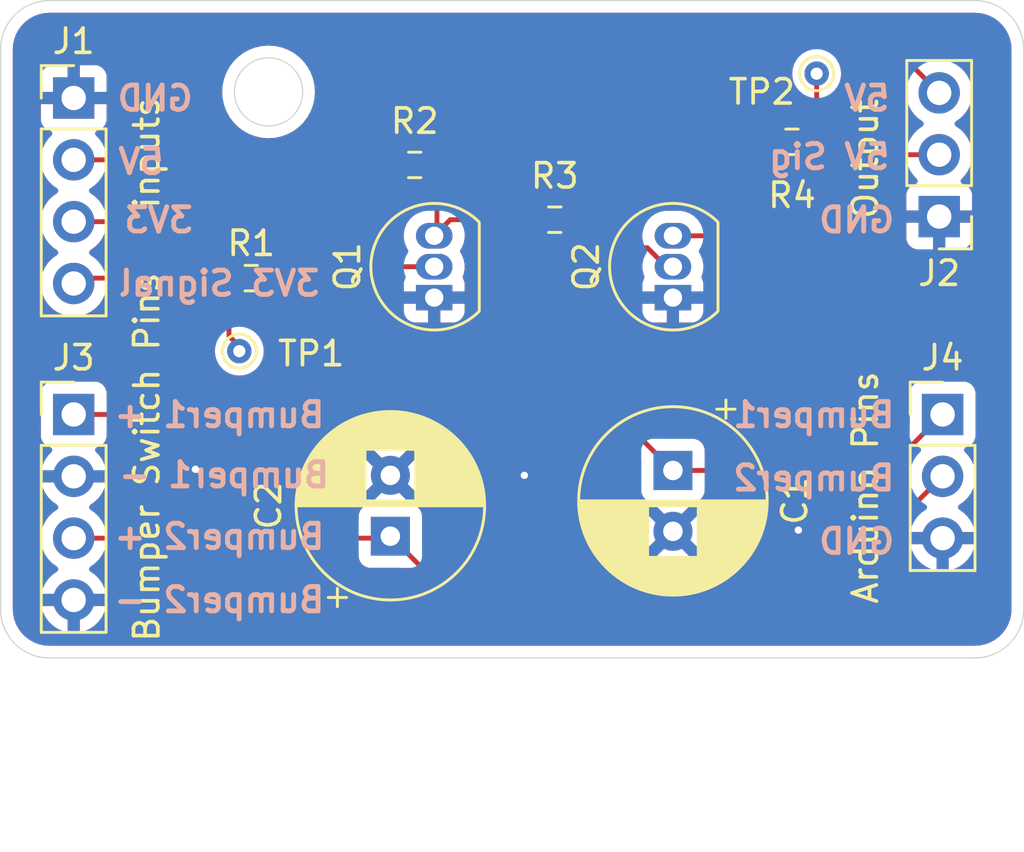
<source format=kicad_pcb>
(kicad_pcb (version 20240108) (generator "pcbnew") (generator_version "8.0")
  (layers (0 "F.Cu" signal) (31 "B.Cu" signal) (34 "B.Paste" user) (35 "F.Paste" user) (36 "B.SilkS" user "B.Silkscreen") (37 "F.SilkS" user "F.Silkscreen") (38 "B.Mask" user) (39 "F.Mask" user) (44 "Edge.Cuts" user))
  (net 0 "")
  (net 1 "Bumper1 Pos")
  (net 2 "Bumper2 Pos")
  (net 3 "3v3")
  (net 4 "3v3 signal")
  (net 5 "5V")
  (net 6 "5V signal")
  (net 7 "GND")
  (net 8 "Net-(Q1-B)")
  (net 9 "Net-(Q1-C)")
  (net 10 "Net-(Q2-B)")
  (footprint "TestPoint:TestPoint_THTPad_D1.0mm_Drill0.5mm" (layer "F.Cu") (at 53.5 139)
    (property "Reference" "TP2" (at -2.25 0.75 0) (layer "F.SilkS"))
    (property "Value" "TestPoint")
    (fp_circle (center 0 0) (end 0 0.7) (stroke (width 0.12)) (fill none) (layer "F.SilkS"))
    (pad "1" thru_hole circle (at 0 0) (size 1 1) (drill 0.5) (layers "*.Cu" "*.Mask") (net 6 "5V signal"))
  )
  (footprint "Capacitor_THT:CP_Radial_D7.5mm_P2.50mm" (layer "F.Cu") (at 47.6 155.3 -90)
    (property "Reference" "C1" (at 1.25 -5 90) (layer "F.SilkS"))
    (property "Value" "C")
    (fp_line (start 1.49 1.04) (end 1.49 3.823) (stroke (width 0.12)) (layer "F.SilkS"))
    (fp_line (start 1.53 1.04) (end 1.53 3.82) (stroke (width 0.12)) (layer "F.SilkS"))
    (fp_line (start 1.57 1.04) (end 1.57 3.817) (stroke (width 0.12)) (layer "F.SilkS"))
    (fp_line (start 1.61 1.04) (end 1.61 3.814) (stroke (width 0.12)) (layer "F.SilkS"))
    (fp_line (start 1.65 1.04) (end 1.65 3.81) (stroke (width 0.12)) (layer "F.SilkS"))
    (fp_line (start 1.69 1.04) (end 1.69 3.805) (stroke (width 0.12)) (layer "F.SilkS"))
    (fp_line (start 1.73 1.04) (end 1.73 3.801) (stroke (width 0.12)) (layer "F.SilkS"))
    (fp_line (start 1.77 1.04) (end 1.77 3.795) (stroke (width 0.12)) (layer "F.SilkS"))
    (fp_line (start 1.81 1.04) (end 1.81 3.79) (stroke (width 0.12)) (layer "F.SilkS"))
    (fp_line (start 1.85 1.04) (end 1.85 3.784) (stroke (width 0.12)) (layer "F.SilkS"))
    (fp_line (start 1.89 1.04) (end 1.89 3.777) (stroke (width 0.12)) (layer "F.SilkS"))
    (fp_line (start 1.93 1.04) (end 1.93 3.77) (stroke (width 0.12)) (layer "F.SilkS"))
    (fp_line (start 1.971 1.04) (end 1.971 3.763) (stroke (width 0.12)) (layer "F.SilkS"))
    (fp_line (start 2.011 1.04) (end 2.011 3.755) (stroke (width 0.12)) (layer "F.SilkS"))
    (fp_line (start 2.051 1.04) (end 2.051 3.747) (stroke (width 0.12)) (layer "F.SilkS"))
    (fp_line (start 2.091 1.04) (end 2.091 3.738) (stroke (width 0.12)) (layer "F.SilkS"))
    (fp_line (start 2.131 1.04) (end 2.131 3.729) (stroke (width 0.12)) (layer "F.SilkS"))
    (fp_line (start 2.171 1.04) (end 2.171 3.72) (stroke (width 0.12)) (layer "F.SilkS"))
    (fp_line (start 2.211 1.04) (end 2.211 3.71) (stroke (width 0.12)) (layer "F.SilkS"))
    (fp_line (start 2.251 1.04) (end 2.251 3.699) (stroke (width 0.12)) (layer "F.SilkS"))
    (fp_line (start 2.291 1.04) (end 2.291 3.688) (stroke (width 0.12)) (layer "F.SilkS"))
    (fp_line (start 2.331 1.04) (end 2.331 3.677) (stroke (width 0.12)) (layer "F.SilkS"))
    (fp_line (start 2.371 1.04) (end 2.371 3.665) (stroke (width 0.12)) (layer "F.SilkS"))
    (fp_line (start 2.411 1.04) (end 2.411 3.653) (stroke (width 0.12)) (layer "F.SilkS"))
    (fp_line (start 2.451 1.04) (end 2.451 3.64) (stroke (width 0.12)) (layer "F.SilkS"))
    (fp_line (start 2.491 1.04) (end 2.491 3.626) (stroke (width 0.12)) (layer "F.SilkS"))
    (fp_line (start 2.531 1.04) (end 2.531 3.613) (stroke (width 0.12)) (layer "F.SilkS"))
    (fp_line (start 2.571 1.04) (end 2.571 3.598) (stroke (width 0.12)) (layer "F.SilkS"))
    (fp_line (start 2.611 1.04) (end 2.611 3.584) (stroke (width 0.12)) (layer "F.SilkS"))
    (fp_line (start 2.651 1.04) (end 2.651 3.568) (stroke (width 0.12)) (layer "F.SilkS"))
    (fp_line (start 2.691 1.04) (end 2.691 3.553) (stroke (width 0.12)) (layer "F.SilkS"))
    (fp_line (start 2.731 1.04) (end 2.731 3.536) (stroke (width 0.12)) (layer "F.SilkS"))
    (fp_line (start 2.771 1.04) (end 2.771 3.52) (stroke (width 0.12)) (layer "F.SilkS"))
    (fp_line (start 2.811 1.04) (end 2.811 3.502) (stroke (width 0.12)) (layer "F.SilkS"))
    (fp_line (start 2.851 1.04) (end 2.851 3.484) (stroke (width 0.12)) (layer "F.SilkS"))
    (fp_line (start 2.891 1.04) (end 2.891 3.466) (stroke (width 0.12)) (layer "F.SilkS"))
    (fp_line (start 2.931 1.04) (end 2.931 3.447) (stroke (width 0.12)) (layer "F.SilkS"))
    (fp_line (start 2.971 1.04) (end 2.971 3.427) (stroke (width 0.12)) (layer "F.SilkS"))
    (fp_line (start 3.011 1.04) (end 3.011 3.407) (stroke (width 0.12)) (layer "F.SilkS"))
    (fp_line (start 3.051 1.04) (end 3.051 3.386) (stroke (width 0.12)) (layer "F.SilkS"))
    (fp_line (start 3.091 1.04) (end 3.091 3.365) (stroke (width 0.12)) (layer "F.SilkS"))
    (fp_line (start 3.131 1.04) (end 3.131 3.343) (stroke (width 0.12)) (layer "F.SilkS"))
    (fp_line (start 3.171 1.04) (end 3.171 3.321) (stroke (width 0.12)) (layer "F.SilkS"))
    (fp_line (start 3.211 1.04) (end 3.211 3.297) (stroke (width 0.12)) (layer "F.SilkS"))
    (fp_line (start 3.251 1.04) (end 3.251 3.274) (stroke (width 0.12)) (layer "F.SilkS"))
    (fp_line (start 3.291 1.04) (end 3.291 3.249) (stroke (width 0.12)) (layer "F.SilkS"))
    (fp_line (start 3.331 1.04) (end 3.331 3.224) (stroke (width 0.12)) (layer "F.SilkS"))
    (fp_line (start 3.371 1.04) (end 3.371 3.198) (stroke (width 0.12)) (layer "F.SilkS"))
    (fp_line (start 3.411 1.04) (end 3.411 3.172) (stroke (width 0.12)) (layer "F.SilkS"))
    (fp_line (start 3.451 1.04) (end 3.451 3.144) (stroke (width 0.12)) (layer "F.SilkS"))
    (fp_line (start 3.491 1.04) (end 3.491 3.116) (stroke (width 0.12)) (layer "F.SilkS"))
    (fp_line (start 3.531 1.04) (end 3.531 3.088) (stroke (width 0.12)) (layer "F.SilkS"))
    (fp_line (start 5.091 -0.441) (end 5.091 0.441) (stroke (width 0.12)) (layer "F.SilkS"))
    (fp_line (start 5.051 -0.693) (end 5.051 0.693) (stroke (width 0.12)) (layer "F.SilkS"))
    (fp_line (start 5.011 -0.877) (end 5.011 0.877) (stroke (width 0.12)) (layer "F.SilkS"))
    (fp_line (start 4.971 -1.028) (end 4.971 1.028) (stroke (width 0.12)) (layer "F.SilkS"))
    (fp_line (start 4.931 -1.158) (end 4.931 1.158) (stroke (width 0.12)) (layer "F.SilkS"))
    (fp_line (start 4.891 -1.275) (end 4.891 1.275) (stroke (width 0.12)) (layer "F.SilkS"))
    (fp_line (start 4.851 -1.381) (end 4.851 1.381) (stroke (width 0.12)) (layer "F.SilkS"))
    (fp_line (start 4.811 -1.478) (end 4.811 1.478) (stroke (width 0.12)) (layer "F.SilkS"))
    (fp_line (start 4.771 -1.569) (end 4.771 1.569) (stroke (width 0.12)) (layer "F.SilkS"))
    (fp_line (start 4.731 -1.654) (end 4.731 1.654) (stroke (width 0.12)) (layer "F.SilkS"))
    (fp_line (start 4.691 -1.733) (end 4.691 1.733) (stroke (width 0.12)) (layer "F.SilkS"))
    (fp_line (start 4.651 -1.809) (end 4.651 1.809) (stroke (width 0.12)) (layer "F.SilkS"))
    (fp_line (start 4.611 -1.881) (end 4.611 1.881) (stroke (width 0.12)) (layer "F.SilkS"))
    (fp_line (start 4.571 -1.949) (end 4.571 1.949) (stroke (width 0.12)) (layer "F.SilkS"))
    (fp_line (start 4.531 -2.014) (end 4.531 2.014) (stroke (width 0.12)) (layer "F.SilkS"))
    (fp_line (start 4.491 -2.077) (end 4.491 2.077) (stroke (width 0.12)) (layer "F.SilkS"))
    (fp_line (start 4.451 -2.137) (end 4.451 2.137) (stroke (width 0.12)) (layer "F.SilkS"))
    (fp_line (start -2.892211 -2.175) (end -2.142211 -2.175) (stroke (width 0.12)) (layer "F.SilkS"))
    (fp_line (start 4.411 -2.195) (end 4.411 2.195) (stroke (width 0.12)) (layer "F.SilkS"))
    (fp_line (start 4.371 -2.25) (end 4.371 2.25) (stroke (width 0.12)) (layer "F.SilkS"))
    (fp_line (start 4.331 -2.304) (end 4.331 2.304) (stroke (width 0.12)) (layer "F.SilkS"))
    (fp_line (start 4.291 -2.355) (end 4.291 2.355) (stroke (width 0.12)) (layer "F.SilkS"))
    (fp_line (start 4.251 -2.405) (end 4.251 2.405) (stroke (width 0.12)) (layer "F.SilkS"))
    (fp_line (start 4.211 -2.454) (end 4.211 2.454) (stroke (width 0.12)) (layer "F.SilkS"))
    (fp_line (start 4.171 -2.5) (end 4.171 2.5) (stroke (width 0.12)) (layer "F.SilkS"))
    (fp_line (start 4.131 -2.546) (end 4.131 2.546) (stroke (width 0.12)) (layer "F.SilkS"))
    (fp_line (start -2.517211 -2.55) (end -2.517211 -1.8) (stroke (width 0.12)) (layer "F.SilkS"))
    (fp_line (start 4.091 -2.589) (end 4.091 2.589) (stroke (width 0.12)) (layer "F.SilkS"))
    (fp_line (start 4.051 -2.632) (end 4.051 2.632) (stroke (width 0.12)) (layer "F.SilkS"))
    (fp_line (start 4.011 -2.673) (end 4.011 2.673) (stroke (width 0.12)) (layer "F.SilkS"))
    (fp_line (start 3.971 -2.713) (end 3.971 2.713) (stroke (width 0.12)) (layer "F.SilkS"))
    (fp_line (start 3.931 -2.752) (end 3.931 2.752) (stroke (width 0.12)) (layer "F.SilkS"))
    (fp_line (start 3.891 -2.79) (end 3.891 2.79) (stroke (width 0.12)) (layer "F.SilkS"))
    (fp_line (start 3.851 -2.827) (end 3.851 2.827) (stroke (width 0.12)) (layer "F.SilkS"))
    (fp_line (start 3.811 -2.863) (end 3.811 2.863) (stroke (width 0.12)) (layer "F.SilkS"))
    (fp_line (start 3.771 -2.898) (end 3.771 2.898) (stroke (width 0.12)) (layer "F.SilkS"))
    (fp_line (start 3.731 -2.931) (end 3.731 2.931) (stroke (width 0.12)) (layer "F.SilkS"))
    (fp_line (start 3.691 -2.964) (end 3.691 2.964) (stroke (width 0.12)) (layer "F.SilkS"))
    (fp_line (start 3.651 -2.996) (end 3.651 2.996) (stroke (width 0.12)) (layer "F.SilkS"))
    (fp_line (start 3.611 -3.028) (end 3.611 3.028) (stroke (width 0.12)) (layer "F.SilkS"))
    (fp_line (start 3.571 -3.058) (end 3.571 3.058) (stroke (width 0.12)) (layer "F.SilkS"))
    (fp_line (start 3.531 -3.088) (end 3.531 -1.04) (stroke (width 0.12)) (layer "F.SilkS"))
    (fp_line (start 3.491 -3.116) (end 3.491 -1.04) (stroke (width 0.12)) (layer "F.SilkS"))
    (fp_line (start 3.451 -3.144) (end 3.451 -1.04) (stroke (width 0.12)) (layer "F.SilkS"))
    (fp_line (start 3.411 -3.172) (end 3.411 -1.04) (stroke (width 0.12)) (layer "F.SilkS"))
    (fp_line (start 3.371 -3.198) (end 3.371 -1.04) (stroke (width 0.12)) (layer "F.SilkS"))
    (fp_line (start 3.331 -3.224) (end 3.331 -1.04) (stroke (width 0.12)) (layer "F.SilkS"))
    (fp_line (start 3.291 -3.249) (end 3.291 -1.04) (stroke (width 0.12)) (layer "F.SilkS"))
    (fp_line (start 3.251 -3.274) (end 3.251 -1.04) (stroke (width 0.12)) (layer "F.SilkS"))
    (fp_line (start 3.211 -3.297) (end 3.211 -1.04) (stroke (width 0.12)) (layer "F.SilkS"))
    (fp_line (start 3.171 -3.321) (end 3.171 -1.04) (stroke (width 0.12)) (layer "F.SilkS"))
    (fp_line (start 3.131 -3.343) (end 3.131 -1.04) (stroke (width 0.12)) (layer "F.SilkS"))
    (fp_line (start 3.091 -3.365) (end 3.091 -1.04) (stroke (width 0.12)) (layer "F.SilkS"))
    (fp_line (start 3.051 -3.386) (end 3.051 -1.04) (stroke (width 0.12)) (layer "F.SilkS"))
    (fp_line (start 3.011 -3.407) (end 3.011 -1.04) (stroke (width 0.12)) (layer "F.SilkS"))
    (fp_line (start 2.971 -3.427) (end 2.971 -1.04) (stroke (width 0.12)) (layer "F.SilkS"))
    (fp_line (start 2.931 -3.447) (end 2.931 -1.04) (stroke (width 0.12)) (layer "F.SilkS"))
    (fp_line (start 2.891 -3.466) (end 2.891 -1.04) (stroke (width 0.12)) (layer "F.SilkS"))
    (fp_line (start 2.851 -3.484) (end 2.851 -1.04) (stroke (width 0.12)) (layer "F.SilkS"))
    (fp_line (start 2.811 -3.502) (end 2.811 -1.04) (stroke (width 0.12)) (layer "F.SilkS"))
    (fp_line (start 2.771 -3.52) (end 2.771 -1.04) (stroke (width 0.12)) (layer "F.SilkS"))
    (fp_line (start 2.731 -3.536) (end 2.731 -1.04) (stroke (width 0.12)) (layer "F.SilkS"))
    (fp_line (start 2.691 -3.553) (end 2.691 -1.04) (stroke (width 0.12)) (layer "F.SilkS"))
    (fp_line (start 2.651 -3.568) (end 2.651 -1.04) (stroke (width 0.12)) (layer "F.SilkS"))
    (fp_line (start 2.611 -3.584) (end 2.611 -1.04) (stroke (width 0.12)) (layer "F.SilkS"))
    (fp_line (start 2.571 -3.598) (end 2.571 -1.04) (stroke (width 0.12)) (layer "F.SilkS"))
    (fp_line (start 2.531 -3.613) (end 2.531 -1.04) (stroke (width 0.12)) (layer "F.SilkS"))
    (fp_line (start 2.491 -3.626) (end 2.491 -1.04) (stroke (width 0.12)) (layer "F.SilkS"))
    (fp_line (start 2.451 -3.64) (end 2.451 -1.04) (stroke (width 0.12)) (layer "F.SilkS"))
    (fp_line (start 2.411 -3.653) (end 2.411 -1.04) (stroke (width 0.12)) (layer "F.SilkS"))
    (fp_line (start 2.371 -3.665) (end 2.371 -1.04) (stroke (width 0.12)) (layer "F.SilkS"))
    (fp_line (start 2.331 -3.677) (end 2.331 -1.04) (stroke (width 0.12)) (layer "F.SilkS"))
    (fp_line (start 2.291 -3.688) (end 2.291 -1.04) (stroke (width 0.12)) (layer "F.SilkS"))
    (fp_line (start 2.251 -3.699) (end 2.251 -1.04) (stroke (width 0.12)) (layer "F.SilkS"))
    (fp_line (start 2.211 -3.71) (end 2.211 -1.04) (stroke (width 0.12)) (layer "F.SilkS"))
    (fp_line (start 2.171 -3.72) (end 2.171 -1.04) (stroke (width 0.12)) (layer "F.SilkS"))
    (fp_line (start 2.131 -3.729) (end 2.131 -1.04) (stroke (width 0.12)) (layer "F.SilkS"))
    (fp_line (start 2.091 -3.738) (end 2.091 -1.04) (stroke (width 0.12)) (layer "F.SilkS"))
    (fp_line (start 2.051 -3.747) (end 2.051 -1.04) (stroke (width 0.12)) (layer "F.SilkS"))
    (fp_line (start 2.011 -3.755) (end 2.011 -1.04) (stroke (width 0.12)) (layer "F.SilkS"))
    (fp_line (start 1.971 -3.763) (end 1.971 -1.04) (stroke (width 0.12)) (layer "F.SilkS"))
    (fp_line (start 1.93 -3.77) (end 1.93 -1.04) (stroke (width 0.12)) (layer "F.SilkS"))
    (fp_line (start 1.89 -3.777) (end 1.89 -1.04) (stroke (width 0.12)) (layer "F.SilkS"))
    (fp_line (start 1.85 -3.784) (end 1.85 -1.04) (stroke (width 0.12)) (layer "F.SilkS"))
    (fp_line (start 1.81 -3.79) (end 1.81 -1.04) (stroke (width 0.12)) (layer "F.SilkS"))
    (fp_line (start 1.77 -3.795) (end 1.77 -1.04) (stroke (width 0.12)) (layer "F.SilkS"))
    (fp_line (start 1.73 -3.801) (end 1.73 -1.04) (stroke (width 0.12)) (layer "F.SilkS"))
    (fp_line (start 1.69 -3.805) (end 1.69 -1.04) (stroke (width 0.12)) (layer "F.SilkS"))
    (fp_line (start 1.65 -3.81) (end 1.65 -1.04) (stroke (width 0.12)) (layer "F.SilkS"))
    (fp_line (start 1.61 -3.814) (end 1.61 -1.04) (stroke (width 0.12)) (layer "F.SilkS"))
    (fp_line (start 1.57 -3.817) (end 1.57 -1.04) (stroke (width 0.12)) (layer "F.SilkS"))
    (fp_line (start 1.53 -3.82) (end 1.53 -1.04) (stroke (width 0.12)) (layer "F.SilkS"))
    (fp_line (start 1.49 -3.823) (end 1.49 -1.04) (stroke (width 0.12)) (layer "F.SilkS"))
    (fp_line (start 1.45 -3.825) (end 1.45 3.825) (stroke (width 0.12)) (layer "F.SilkS"))
    (fp_line (start 1.41 -3.827) (end 1.41 3.827) (stroke (width 0.12)) (layer "F.SilkS"))
    (fp_line (start 1.37 -3.829) (end 1.37 3.829) (stroke (width 0.12)) (layer "F.SilkS"))
    (fp_line (start 1.25 -3.83) (end 1.25 3.83) (stroke (width 0.12)) (layer "F.SilkS"))
    (fp_line (start 1.29 -3.83) (end 1.29 3.83) (stroke (width 0.12)) (layer "F.SilkS"))
    (fp_line (start 1.33 -3.83) (end 1.33 3.83) (stroke (width 0.12)) (layer "F.SilkS"))
    (fp_circle (center 1.25 0) (end 5.12 0) (stroke (width 0.12)) (fill none) (layer "F.SilkS"))
    (pad "1" thru_hole rect (at 0 0 270) (size 1.6 1.6) (drill 0.8) (layers "*.Cu" "*.Mask") (net 1 "Bumper1 Pos"))
    (pad "2" thru_hole circle (at 2.5 0 270) (size 1.6 1.6) (drill 0.8) (layers "*.Cu" "*.Mask") (net 7 "GND"))
  )
  (footprint "Resistor_SMD:R_0603_1608Metric_Pad0.98x0.95mm_HandSolder" (layer "F.Cu") (at 52.4875 141.8)
    (property "Reference" "R4" (at 0 2.2 0) (layer "F.SilkS"))
    (property "Value" "R")
    (fp_line (start -0.254724 -0.5225) (end 0.254724 -0.5225) (stroke (width 0.12)) (layer "F.SilkS"))
    (fp_line (start -0.254724 0.5225) (end 0.254724 0.5225) (stroke (width 0.12)) (layer "F.SilkS"))
    (pad "1" smd roundrect (at -0.9125 0) (size 0.975 0.95) (layers "F.Cu" "F.Paste" "F.Mask") (net 5 "5V"))
    (pad "2" smd roundrect (at 0.9125 0) (size 0.975 0.95) (layers "F.Cu" "F.Paste" "F.Mask") (net 6 "5V signal"))
  )
  (footprint "Package_TO_SOT_THT:TO-92_Inline" (layer "F.Cu") (at 37.8 148.2 90)
    (property "Reference" "Q1" (at 1.27 -3.56 90) (layer "F.SilkS"))
    (property "Value" "2N3904")
    (fp_line (start -0.53 1.85) (end 3.07 1.85) (stroke (width 0.12)) (layer "F.SilkS"))
    (fp_arc (start 1.27 -2.6) (mid 3.672087 -0.994977) (end 3.108478 1.838478) (stroke (width 0.12)) (layer "F.SilkS"))
    (fp_arc (start -0.568478 1.838478) (mid -1.132087 -0.994977) (end 1.27 -2.6) (stroke (width 0.12)) (layer "F.SilkS"))
    (pad "1" thru_hole rect (at 0 0 90) (size 1.05 1.5) (drill 0.75) (layers "*.Cu" "*.Mask") (net 7 "GND"))
    (pad "2" thru_hole oval (at 1.27 0 90) (size 1.05 1.5) (drill 0.75) (layers "*.Cu" "*.Mask") (net 8 "Net-(Q1-B)"))
    (pad "3" thru_hole oval (at 2.54 0 90) (size 1.05 1.5) (drill 0.75) (layers "*.Cu" "*.Mask") (net 9 "Net-(Q1-C)"))
  )
  (footprint "Capacitor_THT:CP_Radial_D7.5mm_P2.50mm" (layer "F.Cu") (at 36 158 90)
    (property "Reference" "C2" (at 1.25 -5 90) (layer "F.SilkS"))
    (property "Value" "C")
    (fp_line (start 1.33 -3.83) (end 1.33 3.83) (stroke (width 0.12)) (layer "F.SilkS"))
    (fp_line (start 1.29 -3.83) (end 1.29 3.83) (stroke (width 0.12)) (layer "F.SilkS"))
    (fp_line (start 1.25 -3.83) (end 1.25 3.83) (stroke (width 0.12)) (layer "F.SilkS"))
    (fp_line (start 1.37 -3.829) (end 1.37 3.829) (stroke (width 0.12)) (layer "F.SilkS"))
    (fp_line (start 1.41 -3.827) (end 1.41 3.827) (stroke (width 0.12)) (layer "F.SilkS"))
    (fp_line (start 1.45 -3.825) (end 1.45 3.825) (stroke (width 0.12)) (layer "F.SilkS"))
    (fp_line (start 1.49 -3.823) (end 1.49 -1.04) (stroke (width 0.12)) (layer "F.SilkS"))
    (fp_line (start 1.53 -3.82) (end 1.53 -1.04) (stroke (width 0.12)) (layer "F.SilkS"))
    (fp_line (start 1.57 -3.817) (end 1.57 -1.04) (stroke (width 0.12)) (layer "F.SilkS"))
    (fp_line (start 1.61 -3.814) (end 1.61 -1.04) (stroke (width 0.12)) (layer "F.SilkS"))
    (fp_line (start 1.65 -3.81) (end 1.65 -1.04) (stroke (width 0.12)) (layer "F.SilkS"))
    (fp_line (start 1.69 -3.805) (end 1.69 -1.04) (stroke (width 0.12)) (layer "F.SilkS"))
    (fp_line (start 1.73 -3.801) (end 1.73 -1.04) (stroke (width 0.12)) (layer "F.SilkS"))
    (fp_line (start 1.77 -3.795) (end 1.77 -1.04) (stroke (width 0.12)) (layer "F.SilkS"))
    (fp_line (start 1.81 -3.79) (end 1.81 -1.04) (stroke (width 0.12)) (layer "F.SilkS"))
    (fp_line (start 1.85 -3.784) (end 1.85 -1.04) (stroke (width 0.12)) (layer "F.SilkS"))
    (fp_line (start 1.89 -3.777) (end 1.89 -1.04) (stroke (width 0.12)) (layer "F.SilkS"))
    (fp_line (start 1.93 -3.77) (end 1.93 -1.04) (stroke (width 0.12)) (layer "F.SilkS"))
    (fp_line (start 1.971 -3.763) (end 1.971 -1.04) (stroke (width 0.12)) (layer "F.SilkS"))
    (fp_line (start 2.011 -3.755) (end 2.011 -1.04) (stroke (width 0.12)) (layer "F.SilkS"))
    (fp_line (start 2.051 -3.747) (end 2.051 -1.04) (stroke (width 0.12)) (layer "F.SilkS"))
    (fp_line (start 2.091 -3.738) (end 2.091 -1.04) (stroke (width 0.12)) (layer "F.SilkS"))
    (fp_line (start 2.131 -3.729) (end 2.131 -1.04) (stroke (width 0.12)) (layer "F.SilkS"))
    (fp_line (start 2.171 -3.72) (end 2.171 -1.04) (stroke (width 0.12)) (layer "F.SilkS"))
    (fp_line (start 2.211 -3.71) (end 2.211 -1.04) (stroke (width 0.12)) (layer "F.SilkS"))
    (fp_line (start 2.251 -3.699) (end 2.251 -1.04) (stroke (width 0.12)) (layer "F.SilkS"))
    (fp_line (start 2.291 -3.688) (end 2.291 -1.04) (stroke (width 0.12)) (layer "F.SilkS"))
    (fp_line (start 2.331 -3.677) (end 2.331 -1.04) (stroke (width 0.12)) (layer "F.SilkS"))
    (fp_line (start 2.371 -3.665) (end 2.371 -1.04) (stroke (width 0.12)) (layer "F.SilkS"))
    (fp_line (start 2.411 -3.653) (end 2.411 -1.04) (stroke (width 0.12)) (layer "F.SilkS"))
    (fp_line (start 2.451 -3.64) (end 2.451 -1.04) (stroke (width 0.12)) (layer "F.SilkS"))
    (fp_line (start 2.491 -3.626) (end 2.491 -1.04) (stroke (width 0.12)) (layer "F.SilkS"))
    (fp_line (start 2.531 -3.613) (end 2.531 -1.04) (stroke (width 0.12)) (layer "F.SilkS"))
    (fp_line (start 2.571 -3.598) (end 2.571 -1.04) (stroke (width 0.12)) (layer "F.SilkS"))
    (fp_line (start 2.611 -3.584) (end 2.611 -1.04) (stroke (width 0.12)) (layer "F.SilkS"))
    (fp_line (start 2.651 -3.568) (end 2.651 -1.04) (stroke (width 0.12)) (layer "F.SilkS"))
    (fp_line (start 2.691 -3.553) (end 2.691 -1.04) (stroke (width 0.12)) (layer "F.SilkS"))
    (fp_line (start 2.731 -3.536) (end 2.731 -1.04) (stroke (width 0.12)) (layer "F.SilkS"))
    (fp_line (start 2.771 -3.52) (end 2.771 -1.04) (stroke (width 0.12)) (layer "F.SilkS"))
    (fp_line (start 2.811 -3.502) (end 2.811 -1.04) (stroke (width 0.12)) (layer "F.SilkS"))
    (fp_line (start 2.851 -3.484) (end 2.851 -1.04) (stroke (width 0.12)) (layer "F.SilkS"))
    (fp_line (start 2.891 -3.466) (end 2.891 -1.04) (stroke (width 0.12)) (layer "F.SilkS"))
    (fp_line (start 2.931 -3.447) (end 2.931 -1.04) (stroke (width 0.12)) (layer "F.SilkS"))
    (fp_line (start 2.971 -3.427) (end 2.971 -1.04) (stroke (width 0.12)) (layer "F.SilkS"))
    (fp_line (start 3.011 -3.407) (end 3.011 -1.04) (stroke (width 0.12)) (layer "F.SilkS"))
    (fp_line (start 3.051 -3.386) (end 3.051 -1.04) (stroke (width 0.12)) (layer "F.SilkS"))
    (fp_line (start 3.091 -3.365) (end 3.091 -1.04) (stroke (width 0.12)) (layer "F.SilkS"))
    (fp_line (start 3.131 -3.343) (end 3.131 -1.04) (stroke (width 0.12)) (layer "F.SilkS"))
    (fp_line (start 3.171 -3.321) (end 3.171 -1.04) (stroke (width 0.12)) (layer "F.SilkS"))
    (fp_line (start 3.211 -3.297) (end 3.211 -1.04) (stroke (width 0.12)) (layer "F.SilkS"))
    (fp_line (start 3.251 -3.274) (end 3.251 -1.04) (stroke (width 0.12)) (layer "F.SilkS"))
    (fp_line (start 3.291 -3.249) (end 3.291 -1.04) (stroke (width 0.12)) (layer "F.SilkS"))
    (fp_line (start 3.331 -3.224) (end 3.331 -1.04) (stroke (width 0.12)) (layer "F.SilkS"))
    (fp_line (start 3.371 -3.198) (end 3.371 -1.04) (stroke (width 0.12)) (layer "F.SilkS"))
    (fp_line (start 3.411 -3.172) (end 3.411 -1.04) (stroke (width 0.12)) (layer "F.SilkS"))
    (fp_line (start 3.451 -3.144) (end 3.451 -1.04) (stroke (width 0.12)) (layer "F.SilkS"))
    (fp_line (start 3.491 -3.116) (end 3.491 -1.04) (stroke (width 0.12)) (layer "F.SilkS"))
    (fp_line (start 3.531 -3.088) (end 3.531 -1.04) (stroke (width 0.12)) (layer "F.SilkS"))
    (fp_line (start 3.571 -3.058) (end 3.571 3.058) (stroke (width 0.12)) (layer "F.SilkS"))
    (fp_line (start 3.611 -3.028) (end 3.611 3.028) (stroke (width 0.12)) (layer "F.SilkS"))
    (fp_line (start 3.651 -2.996) (end 3.651 2.996) (stroke (width 0.12)) (layer "F.SilkS"))
    (fp_line (start 3.691 -2.964) (end 3.691 2.964) (stroke (width 0.12)) (layer "F.SilkS"))
    (fp_line (start 3.731 -2.931) (end 3.731 2.931) (stroke (width 0.12)) (layer "F.SilkS"))
    (fp_line (start 3.771 -2.898) (end 3.771 2.898) (stroke (width 0.12)) (layer "F.SilkS"))
    (fp_line (start 3.811 -2.863) (end 3.811 2.863) (stroke (width 0.12)) (layer "F.SilkS"))
    (fp_line (start 3.851 -2.827) (end 3.851 2.827) (stroke (width 0.12)) (layer "F.SilkS"))
    (fp_line (start 3.891 -2.79) (end 3.891 2.79) (stroke (width 0.12)) (layer "F.SilkS"))
    (fp_line (start 3.931 -2.752) (end 3.931 2.752) (stroke (width 0.12)) (layer "F.SilkS"))
    (fp_line (start 3.971 -2.713) (end 3.971 2.713) (stroke (width 0.12)) (layer "F.SilkS"))
    (fp_line (start 4.011 -2.673) (end 4.011 2.673) (stroke (width 0.12)) (layer "F.SilkS"))
    (fp_line (start 4.051 -2.632) (end 4.051 2.632) (stroke (width 0.12)) (layer "F.SilkS"))
    (fp_line (start 4.091 -2.589) (end 4.091 2.589) (stroke (width 0.12)) (layer "F.SilkS"))
    (fp_line (start -2.517211 -2.55) (end -2.517211 -1.8) (stroke (width 0.12)) (layer "F.SilkS"))
    (fp_line (start 4.131 -2.546) (end 4.131 2.546) (stroke (width 0.12)) (layer "F.SilkS"))
    (fp_line (start 4.171 -2.5) (end 4.171 2.5) (stroke (width 0.12)) (layer "F.SilkS"))
    (fp_line (start 4.211 -2.454) (end 4.211 2.454) (stroke (width 0.12)) (layer "F.SilkS"))
    (fp_line (start 4.251 -2.405) (end 4.251 2.405) (stroke (width 0.12)) (layer "F.SilkS"))
    (fp_line (start 4.291 -2.355) (end 4.291 2.355) (stroke (width 0.12)) (layer "F.SilkS"))
    (fp_line (start 4.331 -2.304) (end 4.331 2.304) (stroke (width 0.12)) (layer "F.SilkS"))
    (fp_line (start 4.371 -2.25) (end 4.371 2.25) (stroke (width 0.12)) (layer "F.SilkS"))
    (fp_line (start 4.411 -2.195) (end 4.411 2.195) (stroke (width 0.12)) (layer "F.SilkS"))
    (fp_line (start -2.892211 -2.175) (end -2.142211 -2.175) (stroke (width 0.12)) (layer "F.SilkS"))
    (fp_line (start 4.451 -2.137) (end 4.451 2.137) (stroke (width 0.12)) (layer "F.SilkS"))
    (fp_line (start 4.491 -2.077) (end 4.491 2.077) (stroke (width 0.12)) (layer "F.SilkS"))
    (fp_line (start 4.531 -2.014) (end 4.531 2.014) (stroke (width 0.12)) (layer "F.SilkS"))
    (fp_line (start 4.571 -1.949) (end 4.571 1.949) (stroke (width 0.12)) (layer "F.SilkS"))
    (fp_line (start 4.611 -1.881) (end 4.611 1.881) (stroke (width 0.12)) (layer "F.SilkS"))
    (fp_line (start 4.651 -1.809) (end 4.651 1.809) (stroke (width 0.12)) (layer "F.SilkS"))
    (fp_line (start 4.691 -1.733) (end 4.691 1.733) (stroke (width 0.12)) (layer "F.SilkS"))
    (fp_line (start 4.731 -1.654) (end 4.731 1.654) (stroke (width 0.12)) (layer "F.SilkS"))
    (fp_line (start 4.771 -1.569) (end 4.771 1.569) (stroke (width 0.12)) (layer "F.SilkS"))
    (fp_line (start 4.811 -1.478) (end 4.811 1.478) (stroke (width 0.12)) (layer "F.SilkS"))
    (fp_line (start 4.851 -1.381) (end 4.851 1.381) (stroke (width 0.12)) (layer "F.SilkS"))
    (fp_line (start 4.891 -1.275) (end 4.891 1.275) (stroke (width 0.12)) (layer "F.SilkS"))
    (fp_line (start 4.931 -1.158) (end 4.931 1.158) (stroke (width 0.12)) (layer "F.SilkS"))
    (fp_line (start 4.971 -1.028) (end 4.971 1.028) (stroke (width 0.12)) (layer "F.SilkS"))
    (fp_line (start 5.011 -0.877) (end 5.011 0.877) (stroke (width 0.12)) (layer "F.SilkS"))
    (fp_line (start 5.051 -0.693) (end 5.051 0.693) (stroke (width 0.12)) (layer "F.SilkS"))
    (fp_line (start 5.091 -0.441) (end 5.091 0.441) (stroke (width 0.12)) (layer "F.SilkS"))
    (fp_line (start 3.531 1.04) (end 3.531 3.088) (stroke (width 0.12)) (layer "F.SilkS"))
    (fp_line (start 3.491 1.04) (end 3.491 3.116) (stroke (width 0.12)) (layer "F.SilkS"))
    (fp_line (start 3.451 1.04) (end 3.451 3.144) (stroke (width 0.12)) (layer "F.SilkS"))
    (fp_line (start 3.411 1.04) (end 3.411 3.172) (stroke (width 0.12)) (layer "F.SilkS"))
    (fp_line (start 3.371 1.04) (end 3.371 3.198) (stroke (width 0.12)) (layer "F.SilkS"))
    (fp_line (start 3.331 1.04) (end 3.331 3.224) (stroke (width 0.12)) (layer "F.SilkS"))
    (fp_line (start 3.291 1.04) (end 3.291 3.249) (stroke (width 0.12)) (layer "F.SilkS"))
    (fp_line (start 3.251 1.04) (end 3.251 3.274) (stroke (width 0.12)) (layer "F.SilkS"))
    (fp_line (start 3.211 1.04) (end 3.211 3.297) (stroke (width 0.12)) (layer "F.SilkS"))
    (fp_line (start 3.171 1.04) (end 3.171 3.321) (stroke (width 0.12)) (layer "F.SilkS"))
    (fp_line (start 3.131 1.04) (end 3.131 3.343) (stroke (width 0.12)) (layer "F.SilkS"))
    (fp_line (start 3.091 1.04) (end 3.091 3.365) (stroke (width 0.12)) (layer "F.SilkS"))
    (fp_line (start 3.051 1.04) (end 3.051 3.386) (stroke (width 0.12)) (layer "F.SilkS"))
    (fp_line (start 3.011 1.04) (end 3.011 3.407) (stroke (width 0.12)) (layer "F.SilkS"))
    (fp_line (start 2.971 1.04) (end 2.971 3.427) (stroke (width 0.12)) (layer "F.SilkS"))
    (fp_line (start 2.931 1.04) (end 2.931 3.447) (stroke (width 0.12)) (layer "F.SilkS"))
    (fp_line (start 2.891 1.04) (end 2.891 3.466) (stroke (width 0.12)) (layer "F.SilkS"))
    (fp_line (start 2.851 1.04) (end 2.851 3.484) (stroke (width 0.12)) (layer "F.SilkS"))
    (fp_line (start 2.811 1.04) (end 2.811 3.502) (stroke (width 0.12)) (layer "F.SilkS"))
    (fp_line (start 2.771 1.04) (end 2.771 3.52) (stroke (width 0.12)) (layer "F.SilkS"))
    (fp_line (start 2.731 1.04) (end 2.731 3.536) (stroke (width 0.12)) (layer "F.SilkS"))
    (fp_line (start 2.691 1.04) (end 2.691 3.553) (stroke (width 0.12)) (layer "F.SilkS"))
    (fp_line (start 2.651 1.04) (end 2.651 3.568) (stroke (width 0.12)) (layer "F.SilkS"))
    (fp_line (start 2.611 1.04) (end 2.611 3.584) (stroke (width 0.12)) (layer "F.SilkS"))
    (fp_line (start 2.571 1.04) (end 2.571 3.598) (stroke (width 0.12)) (layer "F.SilkS"))
    (fp_line (start 2.531 1.04) (end 2.531 3.613) (stroke (width 0.12)) (layer "F.SilkS"))
    (fp_line (start 2.491 1.04) (end 2.491 3.626) (stroke (width 0.12)) (layer "F.SilkS"))
    (fp_line (start 2.451 1.04) (end 2.451 3.64) (stroke (width 0.12)) (layer "F.SilkS"))
    (fp_line (start 2.411 1.04) (end 2.411 3.653) (stroke (width 0.12)) (layer "F.SilkS"))
    (fp_line (start 2.371 1.04) (end 2.371 3.665) (stroke (width 0.12)) (layer "F.SilkS"))
    (fp_line (start 2.331 1.04) (end 2.331 3.677) (stroke (width 0.12)) (layer "F.SilkS"))
    (fp_line (start 2.291 1.04) (end 2.291 3.688) (stroke (width 0.12)) (layer "F.SilkS"))
    (fp_line (start 2.251 1.04) (end 2.251 3.699) (stroke (width 0.12)) (layer "F.SilkS"))
    (fp_line (start 2.211 1.04) (end 2.211 3.71) (stroke (width 0.12)) (layer "F.SilkS"))
    (fp_line (start 2.171 1.04) (end 2.171 3.72) (stroke (width 0.12)) (layer "F.SilkS"))
    (fp_line (start 2.131 1.04) (end 2.131 3.729) (stroke (width 0.12)) (layer "F.SilkS"))
    (fp_line (start 2.091 1.04) (end 2.091 3.738) (stroke (width 0.12)) (layer "F.SilkS"))
    (fp_line (start 2.051 1.04) (end 2.051 3.747) (stroke (width 0.12)) (layer "F.SilkS"))
    (fp_line (start 2.011 1.04) (end 2.011 3.755) (stroke (width 0.12)) (layer "F.SilkS"))
    (fp_line (start 1.971 1.04) (end 1.971 3.763) (stroke (width 0.12)) (layer "F.SilkS"))
    (fp_line (start 1.93 1.04) (end 1.93 3.77) (stroke (width 0.12)) (layer "F.SilkS"))
    (fp_line (start 1.89 1.04) (end 1.89 3.777) (stroke (width 0.12)) (layer "F.SilkS"))
    (fp_line (start 1.85 1.04) (end 1.85 3.784) (stroke (width 0.12)) (layer "F.SilkS"))
    (fp_line (start 1.81 1.04) (end 1.81 3.79) (stroke (width 0.12)) (layer "F.SilkS"))
    (fp_line (start 1.77 1.04) (end 1.77 3.795) (stroke (width 0.12)) (layer "F.SilkS"))
    (fp_line (start 1.73 1.04) (end 1.73 3.801) (stroke (width 0.12)) (layer "F.SilkS"))
    (fp_line (start 1.69 1.04) (end 1.69 3.805) (stroke (width 0.12)) (layer "F.SilkS"))
    (fp_line (start 1.65 1.04) (end 1.65 3.81) (stroke (width 0.12)) (layer "F.SilkS"))
    (fp_line (start 1.61 1.04) (end 1.61 3.814) (stroke (width 0.12)) (layer "F.SilkS"))
    (fp_line (start 1.57 1.04) (end 1.57 3.817) (stroke (width 0.12)) (layer "F.SilkS"))
    (fp_line (start 1.53 1.04) (end 1.53 3.82) (stroke (width 0.12)) (layer "F.SilkS"))
    (fp_line (start 1.49 1.04) (end 1.49 3.823) (stroke (width 0.12)) (layer "F.SilkS"))
    (fp_circle (center 1.25 0) (end 5.12 0) (stroke (width 0.12)) (fill none) (layer "F.SilkS"))
    (pad "1" thru_hole rect (at 0 0 90) (size 1.6 1.6) (drill 0.8) (layers "*.Cu" "*.Mask") (net 2 "Bumper2 Pos"))
    (pad "2" thru_hole circle (at 2.5 0 90) (size 1.6 1.6) (drill 0.8) (layers "*.Cu" "*.Mask") (net 7 "GND"))
  )
  (footprint "Resistor_SMD:R_0603_1608Metric_Pad0.98x0.95mm_HandSolder" (layer "F.Cu") (at 42.75 145 180)
    (property "Reference" "R3" (at 0 1.8 0) (layer "F.SilkS"))
    (property "Value" "R")
    (fp_line (start -0.254724 0.5225) (end 0.254724 0.5225) (stroke (width 0.12)) (layer "F.SilkS"))
    (fp_line (start -0.254724 -0.5225) (end 0.254724 -0.5225) (stroke (width 0.12)) (layer "F.SilkS"))
    (pad "1" smd roundrect (at -0.9125 0 180) (size 0.975 0.95) (layers "F.Cu" "F.Paste" "F.Mask") (net 10 "Net-(Q2-B)"))
    (pad "2" smd roundrect (at 0.9125 0 180) (size 0.975 0.95) (layers "F.Cu" "F.Paste" "F.Mask") (net 9 "Net-(Q1-C)"))
  )
  (footprint "Resistor_SMD:R_0603_1608Metric_Pad0.98x0.95mm_HandSolder" (layer "F.Cu") (at 37 142.75 180)
    (property "Reference" "R2" (at 0 1.8 0) (layer "F.SilkS"))
    (property "Value" "R")
    (fp_line (start -0.254724 0.5225) (end 0.254724 0.5225) (stroke (width 0.12)) (layer "F.SilkS"))
    (fp_line (start -0.254724 -0.5225) (end 0.254724 -0.5225) (stroke (width 0.12)) (layer "F.SilkS"))
    (pad "1" smd roundrect (at -0.9125 0 180) (size 0.975 0.95) (layers "F.Cu" "F.Paste" "F.Mask") (net 9 "Net-(Q1-C)"))
    (pad "2" smd roundrect (at 0.9125 0 180) (size 0.975 0.95) (layers "F.Cu" "F.Paste" "F.Mask") (net 3 "3v3"))
  )
  (footprint "Connector_PinHeader_2.54mm:PinHeader_1x04_P2.54mm_Vertical" (layer "F.Cu") (at 23 153)
    (property "Reference" "J3" (at 0 -2.33 0) (layer "F.SilkS"))
    (property "Value" "Bumper Switch Pins" (at 3 1.75 90) (layer "F.SilkS"))
    (fp_line (start -1.33 -1.33) (end 0 -1.33) (stroke (width 0.12)) (layer "F.SilkS"))
    (fp_line (start -1.33 0) (end -1.33 -1.33) (stroke (width 0.12)) (layer "F.SilkS"))
    (fp_line (start -1.33 1.27) (end -1.33 8.95) (stroke (width 0.12)) (layer "F.SilkS"))
    (fp_line (start -1.33 1.27) (end 1.33 1.27) (stroke (width 0.12)) (layer "F.SilkS"))
    (fp_line (start -1.33 8.95) (end 1.33 8.95) (stroke (width 0.12)) (layer "F.SilkS"))
    (fp_line (start 1.33 1.27) (end 1.33 8.95) (stroke (width 0.12)) (layer "F.SilkS"))
    (pad "1" thru_hole rect (at 0 0) (size 1.7 1.7) (drill 1) (layers "*.Cu" "*.Mask") (net 1 "Bumper1 Pos"))
    (pad "2" thru_hole oval (at 0 2.54) (size 1.7 1.7) (drill 1) (layers "*.Cu" "*.Mask") (net 7 "GND"))
    (pad "3" thru_hole oval (at 0 5.08) (size 1.7 1.7) (drill 1) (layers "*.Cu" "*.Mask") (net 2 "Bumper2 Pos"))
    (pad "4" thru_hole oval (at 0 7.62) (size 1.7 1.7) (drill 1) (layers "*.Cu" "*.Mask") (net 7 "GND"))
  )
  (footprint "Resistor_SMD:R_0603_1608Metric_Pad0.98x0.95mm_HandSolder" (layer "F.Cu") (at 30.2875 147.4)
    (property "Reference" "R1" (at 0 -1.43 0) (layer "F.SilkS"))
    (property "Value" "R")
    (fp_line (start -0.254724 -0.5225) (end 0.254724 -0.5225) (stroke (width 0.12)) (layer "F.SilkS"))
    (fp_line (start -0.254724 0.5225) (end 0.254724 0.5225) (stroke (width 0.12)) (layer "F.SilkS"))
    (pad "1" smd roundrect (at -0.9125 0) (size 0.975 0.95) (layers "F.Cu" "F.Paste" "F.Mask") (net 4 "3v3 signal"))
    (pad "2" smd roundrect (at 0.9125 0) (size 0.975 0.95) (layers "F.Cu" "F.Paste" "F.Mask") (net 8 "Net-(Q1-B)"))
  )
  (footprint "Connector_PinHeader_2.54mm:PinHeader_1x04_P2.54mm_Vertical" (layer "F.Cu") (at 23 140)
    (property "Reference" "J1" (at 0 -2.33 0) (layer "F.SilkS"))
    (property "Value" "inputs" (at 3 2.25 90) (layer "F.SilkS"))
    (fp_line (start -1.33 -1.33) (end 0 -1.33) (stroke (width 0.12)) (layer "F.SilkS"))
    (fp_line (start -1.33 0) (end -1.33 -1.33) (stroke (width 0.12)) (layer "F.SilkS"))
    (fp_line (start -1.33 1.27) (end -1.33 8.95) (stroke (width 0.12)) (layer "F.SilkS"))
    (fp_line (start -1.33 1.27) (end 1.33 1.27) (stroke (width 0.12)) (layer "F.SilkS"))
    (fp_line (start -1.33 8.95) (end 1.33 8.95) (stroke (width 0.12)) (layer "F.SilkS"))
    (fp_line (start 1.33 1.27) (end 1.33 8.95) (stroke (width 0.12)) (layer "F.SilkS"))
    (pad "1" thru_hole rect (at 0 0) (size 1.7 1.7) (drill 1) (layers "*.Cu" "*.Mask") (net 7 "GND"))
    (pad "2" thru_hole oval (at 0 2.54) (size 1.7 1.7) (drill 1) (layers "*.Cu" "*.Mask") (net 5 "5V"))
    (pad "3" thru_hole oval (at 0 5.08) (size 1.7 1.7) (drill 1) (layers "*.Cu" "*.Mask") (net 3 "3v3"))
    (pad "4" thru_hole oval (at 0 7.62) (size 1.7 1.7) (drill 1) (layers "*.Cu" "*.Mask") (net 4 "3v3 signal"))
  )
  (footprint "Connector_PinHeader_2.54mm:PinHeader_1x03_P2.54mm_Vertical" (layer "F.Cu") (at 58.67 153)
    (property "Reference" "J4" (at 0 -2.33 0) (layer "F.SilkS"))
    (property "Value" "Arduino Pins" (at -3.17 3 -90) (layer "F.SilkS"))
    (fp_line (start -1.33 -1.33) (end 0 -1.33) (stroke (width 0.12)) (layer "F.SilkS"))
    (fp_line (start -1.33 0) (end -1.33 -1.33) (stroke (width 0.12)) (layer "F.SilkS"))
    (fp_line (start -1.33 1.27) (end -1.33 6.41) (stroke (width 0.12)) (layer "F.SilkS"))
    (fp_line (start -1.33 1.27) (end 1.33 1.27) (stroke (width 0.12)) (layer "F.SilkS"))
    (fp_line (start -1.33 6.41) (end 1.33 6.41) (stroke (width 0.12)) (layer "F.SilkS"))
    (fp_line (start 1.33 1.27) (end 1.33 6.41) (stroke (width 0.12)) (layer "F.SilkS"))
    (pad "1" thru_hole rect (at 0 0) (size 1.7 1.7) (drill 1) (layers "*.Cu" "*.Mask") (net 1 "Bumper1 Pos"))
    (pad "2" thru_hole oval (at 0 2.54) (size 1.7 1.7) (drill 1) (layers "*.Cu" "*.Mask") (net 2 "Bumper2 Pos"))
    (pad "3" thru_hole oval (at 0 5.08) (size 1.7 1.7) (drill 1) (layers "*.Cu" "*.Mask") (net 7 "GND"))
  )
  (footprint "Package_TO_SOT_THT:TO-92_Inline" (layer "F.Cu") (at 47.6 148.2 90)
    (property "Reference" "Q2" (at 1.27 -3.56 90) (layer "F.SilkS"))
    (property "Value" "2N3904")
    (fp_line (start -0.53 1.85) (end 3.07 1.85) (stroke (width 0.12)) (layer "F.SilkS"))
    (fp_arc (start 1.27 -2.6) (mid 3.672087 -0.994977) (end 3.108478 1.838478) (stroke (width 0.12)) (layer "F.SilkS"))
    (fp_arc (start -0.568478 1.838478) (mid -1.132087 -0.994977) (end 1.27 -2.6) (stroke (width 0.12)) (layer "F.SilkS"))
    (pad "1" thru_hole rect (at 0 0 90) (size 1.05 1.5) (drill 0.75) (layers "*.Cu" "*.Mask") (net 7 "GND"))
    (pad "2" thru_hole oval (at 1.27 0 90) (size 1.05 1.5) (drill 0.75) (layers "*.Cu" "*.Mask") (net 10 "Net-(Q2-B)"))
    (pad "3" thru_hole oval (at 2.54 0 90) (size 1.05 1.5) (drill 0.75) (layers "*.Cu" "*.Mask") (net 6 "5V signal"))
  )
  (footprint "TestPoint:TestPoint_THTPad_D1.0mm_Drill0.5mm" (layer "F.Cu") (at 29.8 150.4)
    (property "Reference" "TP1" (at 2.95 0.1 0) (layer "F.SilkS"))
    (property "Value" "TestPoint")
    (fp_circle (center 0 0) (end 0 0.7) (stroke (width 0.12)) (fill none) (layer "F.SilkS"))
    (pad "1" thru_hole circle (at 0 0) (size 1 1) (drill 0.5) (layers "*.Cu" "*.Mask") (net 4 "3v3 signal"))
  )
  (footprint "Connector_PinHeader_2.54mm:PinHeader_1x03_P2.54mm_Vertical" (layer "F.Cu") (at 58.53 144.87 180)
    (property "Reference" "J2" (at 0 -2.33 0) (layer "F.SilkS"))
    (property "Value" "Output" (at 3.03 2.37 90) (layer "F.SilkS"))
    (fp_line (start 1.33 1.27) (end 1.33 6.41) (stroke (width 0.12)) (layer "F.SilkS"))
    (fp_line (start -1.33 6.41) (end 1.33 6.41) (stroke (width 0.12)) (layer "F.SilkS"))
    (fp_line (start -1.33 1.27) (end 1.33 1.27) (stroke (width 0.12)) (layer "F.SilkS"))
    (fp_line (start -1.33 1.27) (end -1.33 6.41) (stroke (width 0.12)) (layer "F.SilkS"))
    (fp_line (start -1.33 0) (end -1.33 -1.33) (stroke (width 0.12)) (layer "F.SilkS"))
    (fp_line (start -1.33 -1.33) (end 0 -1.33) (stroke (width 0.12)) (layer "F.SilkS"))
    (pad "1" thru_hole rect (at 0 0 180) (size 1.7 1.7) (drill 1) (layers "*.Cu" "*.Mask") (net 7 "GND"))
    (pad "2" thru_hole oval (at 0 2.54 180) (size 1.7 1.7) (drill 1) (layers "*.Cu" "*.Mask") (net 6 "5V signal"))
    (pad "3" thru_hole oval (at 0 5.08 180) (size 1.7 1.7) (drill 1) (layers "*.Cu" "*.Mask") (net 5 "5V"))
  )
  (gr_arc (start 60 136) (mid 61.414214 136.585786) (end 62 138) (stroke (width 0.05)) (layer "Edge.Cuts"))
  (gr_arc (start 22 163) (mid 20.585786 162.414214) (end 20 161) (stroke (width 0.05)) (layer "Edge.Cuts"))
  (gr_circle (center 31 139.75) (end 32.4 139.75) (stroke (width 0.05)) (fill none) (layer "Edge.Cuts"))
  (gr_arc (start 62 161) (mid 61.414214 162.414214) (end 60 163) (stroke (width 0.05)) (layer "Edge.Cuts"))
  (gr_line (start 60 163) (end 22 163) (stroke (width 0.05)) (layer "Edge.Cuts"))
  (gr_line (start 62 138) (end 62 161) (stroke (width 0.05)) (layer "Edge.Cuts"))
  (gr_line (start 22 136) (end 60 136) (stroke (width 0.05)) (layer "Edge.Cuts"))
  (gr_line (start 20 161) (end 20 138) (stroke (width 0.05)) (layer "Edge.Cuts"))
  (gr_arc (start 20 138) (mid 20.585786 136.585786) (end 22 136) (stroke (width 0.05)) (layer "Edge.Cuts"))
  (gr_text "3V3" (at 28 145.6 0) (layer "B.SilkS") (effects (font (size 1 1) (thickness 0.2) (bold yes)) (justify left bottom mirror)))
  (gr_text "Bumper1 -" (at 33.595 156.07 0) (layer "B.SilkS") (effects (font (size 1 1) (thickness 0.2) (bold yes)) (justify left bottom mirror)))
  (gr_text "Bumper1\n" (at 56.8 153.6 0) (layer "B.SilkS") (effects (font (size 1 1) (thickness 0.2) (bold yes)) (justify left bottom mirror)))
  (gr_text "GND\n" (at 28 140.6 0) (layer "B.SilkS") (effects (font (size 1 1) (thickness 0.2) (bold yes)) (justify left bottom mirror)))
  (gr_text "GND" (at 56.8 145.6 0) (layer "B.SilkS") (effects (font (size 1 1) (thickness 0.2) (bold yes)) (justify left bottom mirror)))
  (gr_text "3V3 Signal\n" (at 33.2 148.2 0) (layer "B.SilkS") (effects (font (size 1 1) (thickness 0.2) (bold yes)) (justify left bottom mirror)))
  (gr_text "Bumper2" (at 56.8 156.2 0) (layer "B.SilkS") (effects (font (size 1 1) (thickness 0.2) (bold yes)) (justify left bottom mirror)))
  (gr_text "5V\n" (at 26.8 143.2 0) (layer "B.SilkS") (effects (font (size 1 1) (thickness 0.2) (bold yes)) (justify left bottom mirror)))
  (gr_text "5V" (at 56.6 140.6 0) (layer "B.SilkS") (effects (font (size 1 1) (thickness 0.2) (bold yes)) (justify left bottom mirror)))
  (gr_text "5V Sig" (at 56.6 143 0) (layer "B.SilkS") (effects (font (size 1 1) (thickness 0.2) (bold yes)) (justify left bottom mirror)))
  (gr_text "GND" (at 56.8 158.8 0) (layer "B.SilkS") (effects (font (size 1 1) (thickness 0.2) (bold yes)) (justify left bottom mirror)))
  (gr_text "Bumper2 +" (at 33.4 158.6 0) (layer "B.SilkS") (effects (font (size 1 1) (thickness 0.2) (bold yes)) (justify left bottom mirror)))
  (gr_text "Bumper1 +" (at 33.4 153.6 0) (layer "B.SilkS") (effects (font (size 1 1) (thickness 0.2) (bold yes)) (justify left bottom mirror)))
  (gr_text "Bumper2 -" (at 33.4 161.2 0) (layer "B.SilkS") (effects (font (size 1 1) (thickness 0.2) (bold yes)) (justify left bottom mirror)))
  (segment (start 23 153) (end 45.3 153) (width 0.2) (layer "F.Cu") (net 1))
  (segment (start 45.3 153) (end 47.6 155.3) (width 0.2) (layer "F.Cu") (net 1))
  (segment (start 56.37 155.3) (end 58.67 153) (width 0.2) (layer "F.Cu") (net 1))
  (segment (start 47.6 155.3) (end 56.37 155.3) (width 0.2) (layer "F.Cu") (net 1))
  (segment (start 23 158.08) (end 35.92 158.08) (width 0.2) (layer "F.Cu") (net 2))
  (segment (start 37.75 159.75) (end 54.46 159.75) (width 0.2) (layer "F.Cu") (net 2))
  (segment (start 35.92 158.08) (end 36 158) (width 0.2) (layer "F.Cu") (net 2))
  (segment (start 54.46 159.75) (end 58.67 155.54) (width 0.2) (layer "F.Cu") (net 2))
  (segment (start 36 158) (end 37.75 159.75) (width 0.2) (layer "F.Cu") (net 2))
  (segment (start 33.7575 145.08) (end 23 145.08) (width 0.2) (layer "F.Cu") (net 3))
  (segment (start 36.0875 142.75) (end 33.7575 145.08) (width 0.2) (layer "F.Cu") (net 3))
  (segment (start 29.375 147.4) (end 23.22 147.4) (width 0.2) (layer "F.Cu") (net 4))
  (segment (start 29.375 149.775) (end 29.375 147.4) (width 0.2) (layer "F.Cu") (net 4))
  (segment (start 23.22 147.4) (end 23 147.62) (width 0.2) (layer "F.Cu") (net 4))
  (segment (start 29.8 150.4) (end 29.8 150.2) (width 0.2) (layer "F.Cu") (net 4))
  (segment (start 29.8 150.2) (end 29.375 149.775) (width 0.2) (layer "F.Cu") (net 4))
  (segment (start 36 139.5) (end 49 139.5) (width 0.2) (layer "F.Cu") (net 5))
  (segment (start 49 140.5) (end 49.525 141.025) (width 0.2) (layer "F.Cu") (net 5))
  (segment (start 23 142.54) (end 32.96 142.54) (width 0.2) (layer "F.Cu") (net 5))
  (segment (start 56.34 137.6) (end 50.9 137.6) (width 0.2) (layer "F.Cu") (net 5))
  (segment (start 50.9 137.6) (end 49 139.5) (width 0.2) (layer "F.Cu") (net 5))
  (segment (start 49.525 141.025) (end 50.8 141.025) (width 0.2) (layer "F.Cu") (net 5))
  (segment (start 58.53 139.79) (end 56.34 137.6) (width 0.2) (layer "F.Cu") (net 5))
  (segment (start 32.96 142.54) (end 36 139.5) (width 0.2) (layer "F.Cu") (net 5))
  (segment (start 50.8 141.025) (end 51.575 141.8) (width 0.2) (layer "F.Cu") (net 5))
  (segment (start 49 139.5) (end 49 140.5) (width 0.2) (layer "F.Cu") (net 5))
  (segment (start 53.93 142.33) (end 53.4 141.8) (width 0.2) (layer "F.Cu") (net 6))
  (segment (start 47.6 145.66) (end 49.54 145.66) (width 0.2) (layer "F.Cu") (net 6))
  (segment (start 53.5 139) (end 53.4 138.9) (width 0.2) (layer "F.Cu") (net 6))
  (segment (start 53.4 141.8) (end 53.5 141.7) (width 0.2) (layer "F.Cu") (net 6))
  (segment (start 49.54 145.66) (end 53.4 141.8) (width 0.2) (layer "F.Cu") (net 6))
  (segment (start 58.53 142.33) (end 53.93 142.33) (width 0.2) (layer "F.Cu") (net 6))
  (segment (start 53.5 141.7) (end 53.5 139) (width 0.2) (layer "F.Cu") (net 6))
  (via (at 28 155.25) (size 0.6) (drill 0.3) (layers "F.Cu" "B.Cu") (net 7))
  (via (at 52.75 157.75) (size 0.6) (drill 0.3) (layers "F.Cu" "B.Cu") (net 7))
  (via (at 41.5 155.5) (size 0.6) (drill 0.3) (layers "F.Cu" "B.Cu") (net 7))
  (segment (start 31.67 146.93) (end 37.8 146.93) (width 0.2) (layer "F.Cu") (net 8))
  (segment (start 31.2 147.4) (end 31.67 146.93) (width 0.2) (layer "F.Cu") (net 8))
  (segment (start 37.9125 142.75) (end 37.9125 145.5475) (width 0.2) (layer "F.Cu") (net 9))
  (segment (start 38.46 145) (end 37.8 145.66) (width 0.2) (layer "F.Cu") (net 9))
  (segment (start 37.9125 145.5475) (end 37.8 145.66) (width 0.2) (layer "F.Cu") (net 9))
  (segment (start 41.8375 145) (end 38.46 145) (width 0.2) (layer "F.Cu") (net 9))
  (segment (start 47.33 146.93) (end 47.6 146.93) (width 0.2) (layer "F.Cu") (net 10))
  (segment (start 46.55 146.15) (end 47.33 146.93) (width 0.2) (layer "F.Cu") (net 10))
  (segment (start 44.8125 146.15) (end 46.55 146.15) (width 0.2) (layer "F.Cu") (net 10))
  (segment (start 43.6625 145) (end 44.8125 146.15) (width 0.2) (layer "F.Cu") (net 10))
  (zone (net 7) (net_name "GND") (layers "F&B.Cu") (connect_pads (clearance 0.5)) (min_thickness 0.25) (fill yes (thermal_gap 0.5) (thermal_bridge_width 0.5) (island_removal_mode 1) (island_area_min 10))
    (polygon (pts (xy 20 136) (xy 62 136) (xy 62 171) (xy 20 171)))
  )
)
</source>
